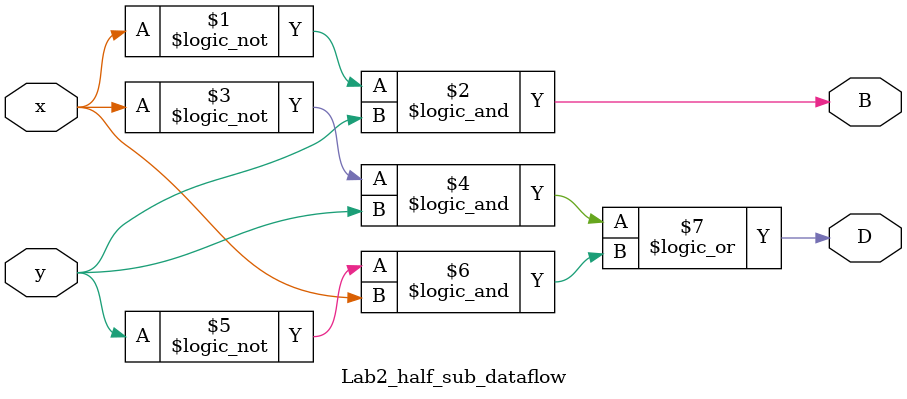
<source format=v>
module Lab2_half_sub_dataflow(output D,B,input x,y);

assign B=((!x)&&y);
assign D=(((!x)&&y)||((!y)&&x));

endmodule
</source>
